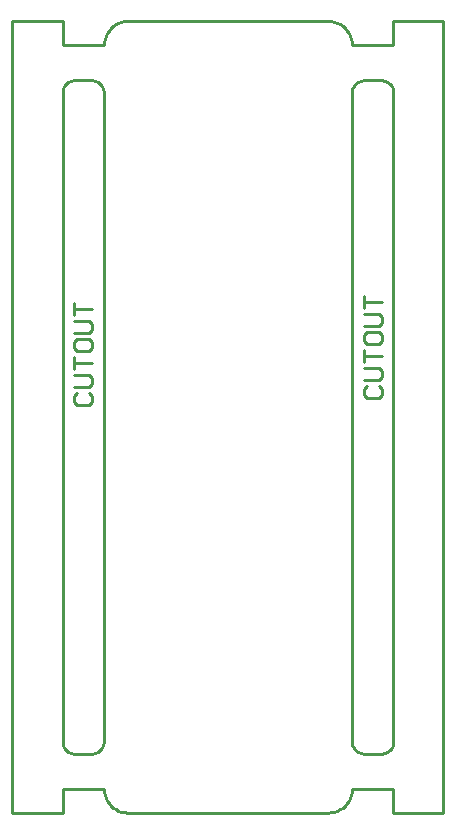
<source format=gko>
G04*
G04 #@! TF.GenerationSoftware,Altium Limited,Altium Designer,21.8.1 (53)*
G04*
G04 Layer_Color=255*
%FSLAX25Y25*%
%MOIN*%
G70*
G04*
G04 #@! TF.SameCoordinates,1AEC3761-3BFF-49DB-B967-98B5A1D70BD2*
G04*
G04*
G04 #@! TF.FilePolarity,Positive*
G04*
G01*
G75*
%ADD13C,0.01000*%
D13*
X-13780Y35433D02*
X-13645Y34414D01*
X-13252Y33465D01*
X-12626Y32649D01*
X-11811Y32024D01*
X-10862Y31630D01*
X-9843Y31496D01*
X-3937Y31496D02*
X-2918Y31630D01*
X-1969Y32024D01*
X-1153Y32649D01*
X-527Y33465D01*
X-134Y34414D01*
X0Y35433D01*
X0Y19685D02*
X67Y18657D01*
X268Y17647D01*
X599Y16672D01*
X1055Y15748D01*
X1627Y14892D01*
X2306Y14117D01*
X3081Y13438D01*
X3937Y12866D01*
X4861Y12410D01*
X5836Y12079D01*
X6846Y11878D01*
X7874Y11811D01*
X-9843Y255906D02*
X-10862Y255771D01*
X-11811Y255378D01*
X-12626Y254752D01*
X-13252Y253937D01*
X-13645Y252988D01*
X-13780Y251969D01*
X7874Y275590D02*
X6846Y275523D01*
X5836Y275322D01*
X4861Y274991D01*
X3937Y274536D01*
X3081Y273963D01*
X2306Y273284D01*
X1627Y272510D01*
X1055Y271654D01*
X599Y270730D01*
X268Y269755D01*
X67Y268744D01*
X0Y267717D01*
X86614Y255906D02*
X85595Y255771D01*
X84646Y255378D01*
X83830Y254752D01*
X83205Y253937D01*
X82811Y252988D01*
X82677Y251969D01*
X96457Y251969D02*
X96323Y252988D01*
X95929Y253937D01*
X95304Y254752D01*
X94488Y255378D01*
X93539Y255771D01*
X92520Y255906D01*
X0Y251969D02*
X-134Y252988D01*
X-527Y253937D01*
X-1153Y254752D01*
X-1969Y255378D01*
X-2918Y255771D01*
X-3937Y255906D01*
X82677Y267717D02*
X82610Y268744D01*
X82409Y269755D01*
X82078Y270730D01*
X81622Y271654D01*
X81050Y272510D01*
X80371Y273284D01*
X79597Y273963D01*
X78740Y274536D01*
X77816Y274991D01*
X76841Y275322D01*
X75831Y275523D01*
X74803Y275590D01*
X74803Y11811D02*
X75831Y11878D01*
X76841Y12079D01*
X77816Y12410D01*
X78740Y12866D01*
X79597Y13438D01*
X80371Y14117D01*
X81050Y14892D01*
X81622Y15748D01*
X82078Y16672D01*
X82409Y17647D01*
X82610Y18657D01*
X82677Y19685D01*
X82677Y35433D02*
X82811Y34414D01*
X83205Y33465D01*
X83830Y32649D01*
X84646Y32024D01*
X85595Y31630D01*
X86614Y31496D01*
X92520Y31496D02*
X93539Y31630D01*
X94488Y32024D01*
X95304Y32649D01*
X95929Y33465D01*
X96323Y34414D01*
X96457Y35433D01*
X-30512Y11811D02*
Y275590D01*
X-13780Y11811D02*
Y19685D01*
X-30512Y11811D02*
X-13780D01*
Y19685D02*
X-13780Y19685D01*
X-0Y251969D02*
X0Y35433D01*
X-9843Y31496D02*
X-3937D01*
X-13780Y251969D02*
X-13780Y35433D01*
X-30512Y275590D02*
X-13780D01*
X7874Y11811D02*
X74803D01*
X-13780Y19685D02*
X0D01*
X82677Y267717D02*
X96457D01*
X-9843Y255906D02*
X-3937D01*
X0Y267717D02*
X0Y267717D01*
X0Y267717D02*
X0D01*
X-13780D02*
Y275590D01*
Y267717D02*
X0D01*
X86614Y255906D02*
X92520D01*
X7874Y275590D02*
X74803D01*
X96457Y267717D02*
Y275590D01*
Y11811D02*
Y19685D01*
X86614Y31496D02*
X92520D01*
X82677Y19685D02*
X96457D01*
Y11811D02*
X113189D01*
Y275590D01*
X96457Y251969D02*
X96457Y35433D01*
X82677Y251969D02*
X82677Y35433D01*
X96457Y275590D02*
X113189D01*
X-8951Y151652D02*
X-9951Y150653D01*
Y148653D01*
X-8951Y147653D01*
X-4953D01*
X-3953Y148653D01*
Y150653D01*
X-4953Y151652D01*
X-9951Y153652D02*
X-4953D01*
X-3953Y154651D01*
Y156651D01*
X-4953Y157650D01*
X-9951D01*
Y159650D02*
Y163648D01*
Y161649D01*
X-3953D01*
X-9951Y168647D02*
Y166647D01*
X-8951Y165648D01*
X-4953D01*
X-3953Y166647D01*
Y168647D01*
X-4953Y169646D01*
X-8951D01*
X-9951Y168647D01*
Y171646D02*
X-4953D01*
X-3953Y172645D01*
Y174645D01*
X-4953Y175645D01*
X-9951D01*
Y177644D02*
Y181642D01*
Y179643D01*
X-3953D01*
X87742Y153983D02*
X86743Y152983D01*
Y150984D01*
X87742Y149984D01*
X91741D01*
X92741Y150984D01*
Y152983D01*
X91741Y153983D01*
X86743Y155982D02*
X91741D01*
X92741Y156982D01*
Y158981D01*
X91741Y159981D01*
X86743D01*
Y161980D02*
Y165979D01*
Y163979D01*
X92741D01*
X86743Y170977D02*
Y168978D01*
X87742Y167978D01*
X91741D01*
X92741Y168978D01*
Y170977D01*
X91741Y171977D01*
X87742D01*
X86743Y170977D01*
Y173976D02*
X91741D01*
X92741Y174976D01*
Y176975D01*
X91741Y177975D01*
X86743D01*
Y179974D02*
Y183973D01*
Y181974D01*
X92741D01*
M02*

</source>
